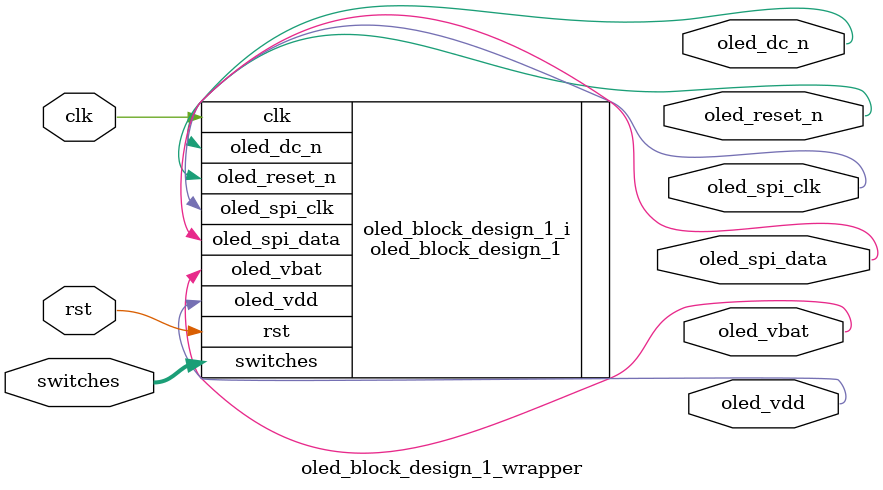
<source format=v>
`timescale 1 ps / 1 ps

module oled_block_design_1_wrapper
   (clk,
    oled_dc_n,
    oled_reset_n,
    oled_spi_clk,
    oled_spi_data,
    oled_vbat,
    oled_vdd,
    rst,
    switches);
  input clk;
  output oled_dc_n;
  output oled_reset_n;
  output oled_spi_clk;
  output oled_spi_data;
  output oled_vbat;
  output oled_vdd;
  input rst;
  input [2:0]switches;

  wire clk;
  wire oled_dc_n;
  wire oled_reset_n;
  wire oled_spi_clk;
  wire oled_spi_data;
  wire oled_vbat;
  wire oled_vdd;
  wire rst;
  wire [2:0]switches;

  oled_block_design_1 oled_block_design_1_i
       (.clk(clk),
        .oled_dc_n(oled_dc_n),
        .oled_reset_n(oled_reset_n),
        .oled_spi_clk(oled_spi_clk),
        .oled_spi_data(oled_spi_data),
        .oled_vbat(oled_vbat),
        .oled_vdd(oled_vdd),
        .rst(rst),
        .switches(switches));
endmodule

</source>
